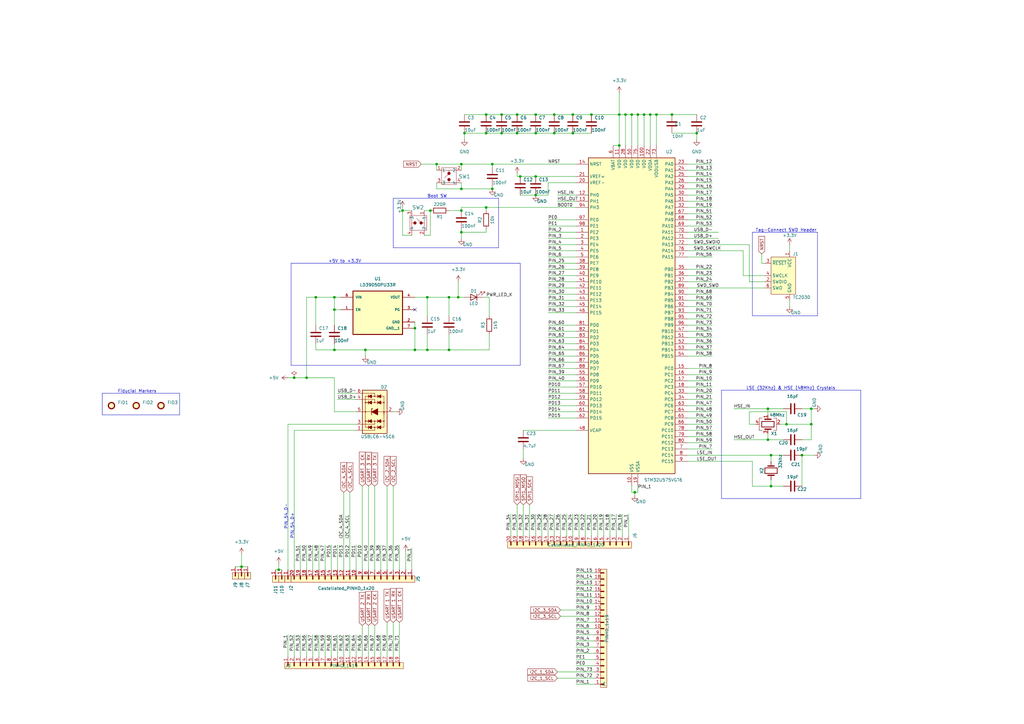
<source format=kicad_sch>
(kicad_sch (version 20231120) (generator "eeschema") (generator_version "8.0")
  (paper "A3")
  (title_block (date "2024-01-25") (rev "0.1"))
  (junction (at 213.36 72.39))
  (junction (at 219.71 72.39))
  (junction (at 261.62 46.99))
  (junction (at 227.33 54.61))
  (junction (at 254 46.99))
  (junction (at 285.75 54.61))
  (junction (at 266.7 46.99))
  (junction (at 199.39 54.61))
  (junction (at 99.06 232.41))
  (junction (at 314.96 180.34))
  (junction (at 275.59 46.99))
  (junction (at 219.71 54.61))
  (junction (at 199.39 85.09))
  (junction (at 332.74 167.64))
  (junction (at 189.23 95.25))
  (junction (at 125.73 154.94))
  (junction (at 170.18 134.62))
  (junction (at 189.23 77.47))
  (junction (at 189.23 86.36))
  (junction (at 316.23 186.69))
  (junction (at 114.3 233.68))
  (junction (at 328.93 186.69))
  (junction (at 137.16 143.51))
  (junction (at 189.23 67.31))
  (junction (at 201.93 67.31))
  (junction (at 219.71 46.99))
  (junction (at 212.09 54.61))
  (junction (at 205.74 46.99))
  (junction (at 170.18 143.51))
  (junction (at 264.16 46.99))
  (junction (at 332.74 173.99))
  (junction (at 227.33 46.99))
  (junction (at 184.15 121.92))
  (junction (at 175.26 143.51))
  (junction (at 260.35 201.93))
  (junction (at 120.65 154.94))
  (junction (at 242.57 46.99))
  (junction (at 149.86 143.51))
  (junction (at 212.09 46.99))
  (junction (at 184.15 143.51))
  (junction (at 314.96 167.64))
  (junction (at 256.54 46.99))
  (junction (at 129.54 121.92))
  (junction (at 201.93 77.47))
  (junction (at 176.53 86.36))
  (junction (at 322.58 173.99))
  (junction (at 269.24 46.99))
  (junction (at 165.1 86.36))
  (junction (at 137.16 121.92))
  (junction (at 259.08 46.99))
  (junction (at 219.71 80.01))
  (junction (at 187.96 121.92))
  (junction (at 175.26 121.92))
  (junction (at 234.95 54.61))
  (junction (at 254 59.69))
  (junction (at 199.39 46.99))
  (junction (at 205.74 54.61))
  (junction (at 190.5 54.61))
  (junction (at 137.16 127))
  (junction (at 234.95 46.99))
  (junction (at 179.07 67.31))
  (junction (at 316.23 199.39))
  (no_connect (at 170.18 127))
  (wire (pts (xy 189.23 67.31) (xy 201.93 67.31)))
  (wire (pts (xy 281.94 118.11) (xy 313.69 118.11)))
  (wire (pts (xy 224.79 118.11) (xy 236.22 118.11)))
  (wire (pts (xy 281.94 171.45) (xy 292.1 171.45)))
  (wire (pts (xy 281.94 115.57) (xy 292.1 115.57)))
  (wire (pts (xy 222.25 219.71) (xy 222.25 210.82)))
  (wire (pts (xy 269.24 46.99) (xy 275.59 46.99)))
  (polyline (pts (xy 161.29 81.28) (xy 204.47 81.28)))
  (wire (pts (xy 229.87 252.73) (xy 243.84 252.73)))
  (wire (pts (xy 308.61 189.23) (xy 308.61 199.39)))
  (wire (pts (xy 269.24 59.69) (xy 269.24 46.99)))
  (wire (pts (xy 281.94 133.35) (xy 292.1 133.35)))
  (wire (pts (xy 250.19 219.71) (xy 250.19 210.82)))
  (wire (pts (xy 199.39 85.09) (xy 236.22 85.09)))
  (wire (pts (xy 281.94 168.91) (xy 292.1 168.91)))
  (wire (pts (xy 213.36 80.01) (xy 219.71 80.01)))
  (wire (pts (xy 137.16 154.94) (xy 137.16 168.91)))
  (wire (pts (xy 281.94 105.41) (xy 292.1 105.41)))
  (wire (pts (xy 227.33 46.99) (xy 234.95 46.99)))
  (wire (pts (xy 275.59 46.99) (xy 285.75 46.99)))
  (wire (pts (xy 224.79 135.89) (xy 236.22 135.89)))
  (wire (pts (xy 281.94 102.87) (xy 304.8 102.87)))
  (wire (pts (xy 255.27 219.71) (xy 255.27 210.82)))
  (wire (pts (xy 316.23 199.39) (xy 321.31 199.39)))
  (wire (pts (xy 205.74 46.99) (xy 212.09 46.99)))
  (wire (pts (xy 224.79 120.65) (xy 236.22 120.65)))
  (polyline (pts (xy 308.61 129.54) (xy 308.61 95.25)))
  (wire (pts (xy 224.79 166.37) (xy 236.22 166.37)))
  (polyline (pts (xy 213.36 107.95) (xy 213.36 149.86)))
  (wire (pts (xy 153.67 199.39) (xy 153.67 233.68)))
  (wire (pts (xy 281.94 77.47) (xy 292.1 77.47)))
  (wire (pts (xy 243.84 257.81) (xy 236.22 257.81)))
  (wire (pts (xy 281.94 146.05) (xy 292.1 146.05)))
  (wire (pts (xy 228.6 82.55) (xy 236.22 82.55)))
  (wire (pts (xy 281.94 128.27) (xy 292.1 128.27)))
  (wire (pts (xy 332.74 167.64) (xy 328.93 167.64)))
  (wire (pts (xy 212.09 46.99) (xy 219.71 46.99)))
  (wire (pts (xy 209.55 219.71) (xy 209.55 210.82)))
  (wire (pts (xy 224.79 100.33) (xy 236.22 100.33)))
  (wire (pts (xy 224.79 153.67) (xy 236.22 153.67)))
  (polyline (pts (xy 295.91 160.02) (xy 353.06 160.02)))
  (wire (pts (xy 312.42 107.95) (xy 313.69 107.95)))
  (wire (pts (xy 184.15 137.16) (xy 184.15 143.51)))
  (wire (pts (xy 162.56 168.91) (xy 161.29 168.91)))
  (wire (pts (xy 224.79 115.57) (xy 236.22 115.57)))
  (wire (pts (xy 308.61 199.39) (xy 316.23 199.39)))
  (wire (pts (xy 166.37 226.06) (xy 166.37 233.68)))
  (wire (pts (xy 139.7 121.92) (xy 137.16 121.92)))
  (wire (pts (xy 163.83 255.27) (xy 163.83 269.24)))
  (wire (pts (xy 212.09 71.12) (xy 212.09 72.39)))
  (wire (pts (xy 281.94 87.63) (xy 292.1 87.63)))
  (wire (pts (xy 234.95 54.61) (xy 242.57 54.61)))
  (wire (pts (xy 243.84 265.43) (xy 236.22 265.43)))
  (wire (pts (xy 129.54 140.97) (xy 129.54 143.51)))
  (wire (pts (xy 228.6 275.59) (xy 243.84 275.59)))
  (wire (pts (xy 168.91 233.68) (xy 168.91 224.79)))
  (wire (pts (xy 138.43 161.29) (xy 146.05 161.29)))
  (wire (pts (xy 214.63 176.53) (xy 236.22 176.53)))
  (wire (pts (xy 304.8 113.03) (xy 313.69 113.03)))
  (wire (pts (xy 254 46.99) (xy 254 59.69)))
  (polyline (pts (xy 213.36 149.86) (xy 119.38 149.86)))
  (wire (pts (xy 243.84 260.35) (xy 236.22 260.35)))
  (wire (pts (xy 266.7 46.99) (xy 266.7 59.69)))
  (wire (pts (xy 259.08 46.99) (xy 256.54 46.99)))
  (wire (pts (xy 113.03 233.68) (xy 114.3 233.68)))
  (wire (pts (xy 275.59 54.61) (xy 285.75 54.61)))
  (wire (pts (xy 243.84 240.03) (xy 236.22 240.03)))
  (wire (pts (xy 243.84 234.95) (xy 236.22 234.95)))
  (wire (pts (xy 120.65 154.94) (xy 125.73 154.94)))
  (wire (pts (xy 281.94 125.73) (xy 292.1 125.73)))
  (wire (pts (xy 146.05 269.24) (xy 146.05 260.35)))
  (wire (pts (xy 189.23 85.09) (xy 199.39 85.09)))
  (wire (pts (xy 99.06 227.33) (xy 99.06 232.41)))
  (wire (pts (xy 259.08 46.99) (xy 259.08 59.69)))
  (wire (pts (xy 281.94 95.25) (xy 294.64 95.25)))
  (wire (pts (xy 227.33 219.71) (xy 227.33 210.82)))
  (wire (pts (xy 123.19 269.24) (xy 123.19 260.35)))
  (wire (pts (xy 158.75 199.39) (xy 158.75 233.68)))
  (wire (pts (xy 137.16 143.51) (xy 149.86 143.51)))
  (wire (pts (xy 256.54 46.99) (xy 256.54 59.69)))
  (wire (pts (xy 123.19 223.52) (xy 123.19 233.68)))
  (wire (pts (xy 224.79 161.29) (xy 236.22 161.29)))
  (wire (pts (xy 316.23 196.85) (xy 316.23 199.39)))
  (wire (pts (xy 243.84 237.49) (xy 236.22 237.49)))
  (wire (pts (xy 260.35 201.93) (xy 259.08 201.93)))
  (wire (pts (xy 281.94 173.99) (xy 292.1 173.99)))
  (wire (pts (xy 322.58 168.91) (xy 322.58 173.99)))
  (wire (pts (xy 170.18 134.62) (xy 170.18 143.51)))
  (polyline (pts (xy 295.91 204.47) (xy 353.06 204.47)))
  (wire (pts (xy 149.86 143.51) (xy 170.18 143.51)))
  (wire (pts (xy 243.84 262.89) (xy 236.22 262.89)))
  (wire (pts (xy 140.97 269.24) (xy 140.97 260.35)))
  (wire (pts (xy 281.94 161.29) (xy 292.1 161.29)))
  (wire (pts (xy 125.73 154.94) (xy 137.16 154.94)))
  (wire (pts (xy 281.94 156.21) (xy 292.1 156.21)))
  (wire (pts (xy 175.26 143.51) (xy 184.15 143.51)))
  (wire (pts (xy 224.79 146.05) (xy 236.22 146.05)))
  (wire (pts (xy 189.23 95.25) (xy 189.23 93.98)))
  (wire (pts (xy 328.93 199.39) (xy 328.93 186.69)))
  (wire (pts (xy 118.11 173.99) (xy 118.11 233.68)))
  (wire (pts (xy 156.21 269.24) (xy 156.21 260.35)))
  (wire (pts (xy 224.79 102.87) (xy 236.22 102.87)))
  (wire (pts (xy 189.23 77.47) (xy 201.93 77.47)))
  (wire (pts (xy 224.79 148.59) (xy 236.22 148.59)))
  (wire (pts (xy 281.94 140.97) (xy 292.1 140.97)))
  (wire (pts (xy 161.29 199.39) (xy 161.29 233.68)))
  (wire (pts (xy 281.94 123.19) (xy 292.1 123.19)))
  (wire (pts (xy 234.95 219.71) (xy 234.95 210.82)))
  (wire (pts (xy 243.84 245.11) (xy 236.22 245.11)))
  (wire (pts (xy 281.94 166.37) (xy 292.1 166.37)))
  (wire (pts (xy 184.15 121.92) (xy 184.15 129.54)))
  (wire (pts (xy 219.71 72.39) (xy 236.22 72.39)))
  (wire (pts (xy 285.75 54.61) (xy 285.75 57.15)))
  (wire (pts (xy 224.79 125.73) (xy 236.22 125.73)))
  (wire (pts (xy 128.27 223.52) (xy 128.27 233.68)))
  (polyline (pts (xy 308.61 95.25) (xy 335.28 95.25)))
  (wire (pts (xy 261.62 46.99) (xy 261.62 59.69)))
  (wire (pts (xy 170.18 132.08) (xy 170.18 134.62)))
  (wire (pts (xy 224.79 140.97) (xy 236.22 140.97)))
  (wire (pts (xy 125.73 121.92) (xy 129.54 121.92)))
  (wire (pts (xy 281.94 163.83) (xy 292.1 163.83)))
  (wire (pts (xy 316.23 186.69) (xy 321.31 186.69)))
  (wire (pts (xy 243.84 255.27) (xy 236.22 255.27)))
  (wire (pts (xy 190.5 54.61) (xy 190.5 57.15)))
  (wire (pts (xy 189.23 67.31) (xy 189.23 69.85)))
  (wire (pts (xy 281.94 90.17) (xy 292.1 90.17)))
  (wire (pts (xy 151.13 199.39) (xy 151.13 233.68)))
  (wire (pts (xy 224.79 80.01) (xy 224.79 74.93)))
  (wire (pts (xy 125.73 223.52) (xy 125.73 233.68)))
  (wire (pts (xy 173.99 96.52) (xy 176.53 96.52)))
  (wire (pts (xy 264.16 46.99) (xy 261.62 46.99)))
  (wire (pts (xy 224.79 123.19) (xy 236.22 123.19)))
  (wire (pts (xy 175.26 121.92) (xy 184.15 121.92)))
  (wire (pts (xy 199.39 46.99) (xy 205.74 46.99)))
  (wire (pts (xy 227.33 54.61) (xy 234.95 54.61)))
  (wire (pts (xy 224.79 80.01) (xy 219.71 80.01)))
  (wire (pts (xy 224.79 158.75) (xy 236.22 158.75)))
  (wire (pts (xy 281.94 138.43) (xy 292.1 138.43)))
  (wire (pts (xy 201.93 67.31) (xy 236.22 67.31)))
  (wire (pts (xy 307.34 115.57) (xy 313.69 115.57)))
  (wire (pts (xy 129.54 143.51) (xy 137.16 143.51)))
  (wire (pts (xy 224.79 163.83) (xy 236.22 163.83)))
  (wire (pts (xy 332.74 167.64) (xy 334.01 167.64)))
  (wire (pts (xy 165.1 85.09) (xy 165.1 86.36)))
  (wire (pts (xy 240.03 219.71) (xy 240.03 210.82)))
  (wire (pts (xy 170.18 143.51) (xy 175.26 143.51)))
  (wire (pts (xy 184.15 121.92) (xy 187.96 121.92)))
  (polyline (pts (xy 119.38 107.95) (xy 213.36 107.95)))
  (wire (pts (xy 304.8 102.87) (xy 304.8 113.03)))
  (polyline (pts (xy 335.28 129.54) (xy 308.61 129.54)))
  (wire (pts (xy 281.94 110.49) (xy 292.1 110.49)))
  (wire (pts (xy 137.16 127) (xy 137.16 121.92)))
  (wire (pts (xy 323.85 123.19) (xy 323.85 125.73)))
  (wire (pts (xy 125.73 121.92) (xy 125.73 154.94)))
  (wire (pts (xy 120.65 269.24) (xy 120.65 260.35)))
  (wire (pts (xy 314.96 167.64) (xy 314.96 170.18)))
  (wire (pts (xy 175.26 137.16) (xy 175.26 143.51)))
  (wire (pts (xy 190.5 46.99) (xy 199.39 46.99)))
  (wire (pts (xy 120.65 176.53) (xy 146.05 176.53)))
  (polyline (pts (xy 119.38 149.86) (xy 119.38 107.95)))
  (wire (pts (xy 229.87 250.19) (xy 243.84 250.19)))
  (wire (pts (xy 224.79 74.93) (xy 236.22 74.93)))
  (polyline (pts (xy 335.28 95.25) (xy 335.28 129.54)))
  (wire (pts (xy 281.94 72.39) (xy 292.1 72.39)))
  (wire (pts (xy 300.99 167.64) (xy 314.96 167.64)))
  (wire (pts (xy 224.79 110.49) (xy 236.22 110.49)))
  (wire (pts (xy 224.79 97.79) (xy 236.22 97.79)))
  (wire (pts (xy 217.17 219.71) (xy 217.17 207.01)))
  (wire (pts (xy 257.81 219.71) (xy 257.81 210.82)))
  (wire (pts (xy 281.94 189.23) (xy 308.61 189.23)))
  (wire (pts (xy 269.24 46.99) (xy 266.7 46.99)))
  (wire (pts (xy 254 38.1) (xy 254 46.99)))
  (wire (pts (xy 129.54 121.92) (xy 129.54 133.35)))
  (wire (pts (xy 281.94 135.89) (xy 292.1 135.89)))
  (wire (pts (xy 146.05 223.52) (xy 146.05 233.68)))
  (wire (pts (xy 224.79 168.91) (xy 236.22 168.91)))
  (wire (pts (xy 138.43 163.83) (xy 146.05 163.83)))
  (wire (pts (xy 133.35 269.24) (xy 133.35 260.35)))
  (wire (pts (xy 190.5 54.61) (xy 199.39 54.61)))
  (wire (pts (xy 281.94 181.61) (xy 292.1 181.61)))
  (wire (pts (xy 243.84 280.67) (xy 236.22 280.67)))
  (wire (pts (xy 143.51 201.93) (xy 143.51 233.68)))
  (wire (pts (xy 118.11 269.24) (xy 118.11 260.35)))
  (wire (pts (xy 251.46 59.69) (xy 254 59.69)))
  (wire (pts (xy 125.73 269.24) (xy 125.73 260.35)))
  (wire (pts (xy 247.65 219.71) (xy 247.65 210.82)))
  (wire (pts (xy 148.59 256.54) (xy 148.59 269.24)))
  (wire (pts (xy 243.84 247.65) (xy 236.22 247.65)))
  (wire (pts (xy 264.16 46.99) (xy 264.16 59.69)))
  (wire (pts (xy 114.3 231.14) (xy 114.3 233.68)))
  (wire (pts (xy 237.49 219.71) (xy 237.49 210.82)))
  (wire (pts (xy 128.27 269.24) (xy 128.27 260.35)))
  (wire (pts (xy 184.15 143.51) (xy 200.66 143.51)))
  (wire (pts (xy 201.93 68.58) (xy 201.93 67.31)))
  (wire (pts (xy 281.94 74.93) (xy 292.1 74.93)))
  (wire (pts (xy 224.79 95.25) (xy 236.22 95.25)))
  (wire (pts (xy 261.62 201.93) (xy 260.35 201.93)))
  (wire (pts (xy 165.1 96.52) (xy 165.1 86.36)))
  (wire (pts (xy 214.63 184.15) (xy 214.63 187.96)))
  (wire (pts (xy 281.94 80.01) (xy 292.1 80.01)))
  (wire (pts (xy 168.91 96.52) (xy 165.1 96.52)))
  (wire (pts (xy 213.36 72.39) (xy 212.09 72.39)))
  (wire (pts (xy 139.7 127) (xy 137.16 127)))
  (wire (pts (xy 156.21 223.52) (xy 156.21 233.68)))
  (wire (pts (xy 224.79 143.51) (xy 236.22 143.51)))
  (wire (pts (xy 281.94 176.53) (xy 292.1 176.53)))
  (wire (pts (xy 137.16 140.97) (xy 137.16 143.51)))
  (wire (pts (xy 135.89 269.24) (xy 135.89 260.35)))
  (wire (pts (xy 261.62 46.99) (xy 259.08 46.99)))
  (wire (pts (xy 281.94 85.09) (xy 292.1 85.09)))
  (wire (pts (xy 259.08 199.39) (xy 259.08 201.93)))
  (polyline (pts (xy 295.91 160.02) (xy 295.91 204.47)))
  (wire (pts (xy 151.13 269.24) (xy 151.13 256.54)))
  (wire (pts (xy 224.79 113.03) (xy 236.22 113.03)))
  (wire (pts (xy 130.81 223.52) (xy 130.81 233.68)))
  (wire (pts (xy 189.23 95.25) (xy 189.23 97.79)))
  (wire (pts (xy 232.41 219.71) (xy 232.41 210.82)))
  (polyline (pts (xy 204.47 81.28) (xy 204.47 101.6)))
  (wire (pts (xy 307.34 168.91) (xy 322.58 168.91)))
  (wire (pts (xy 148.59 199.39) (xy 148.59 233.68)))
  (wire (pts (xy 219.71 219.71) (xy 219.71 210.82)))
  (wire (pts (xy 332.74 180.34) (xy 332.74 173.99)))
  (wire (pts (xy 328.93 186.69) (xy 334.01 186.69)))
  (wire (pts (xy 219.71 46.99) (xy 227.33 46.99)))
  (wire (pts (xy 314.96 180.34) (xy 321.31 180.34)))
  (wire (pts (xy 229.87 219.71) (xy 229.87 210.82)))
  (wire (pts (xy 120.65 176.53) (xy 120.65 233.68)))
  (wire (pts (xy 179.07 67.31) (xy 179.07 69.85)))
  (wire (pts (xy 234.95 46.99) (xy 242.57 46.99)))
  (polyline (pts (xy 353.06 204.47) (xy 353.06 160.02)))
  (wire (pts (xy 322.58 173.99) (xy 332.74 173.99)))
  (wire (pts (xy 281.94 100.33) (xy 307.34 100.33)))
  (wire (pts (xy 228.6 278.13) (xy 243.84 278.13)))
  (wire (pts (xy 281.94 92.71) (xy 292.1 92.71)))
  (wire (pts (xy 281.94 67.31) (xy 292.1 67.31)))
  (wire (pts (xy 224.79 138.43) (xy 236.22 138.43)))
  (wire (pts (xy 307.34 173.99) (xy 307.34 168.91)))
  (wire (pts (xy 281.94 179.07) (xy 292.1 179.07)))
  (wire (pts (xy 245.11 219.71) (xy 245.11 210.82)))
  (wire (pts (xy 224.79 171.45) (xy 236.22 171.45)))
  (wire (pts (xy 224.79 133.35) (xy 236.22 133.35)))
  (wire (pts (xy 328.93 180.34) (xy 332.74 180.34)))
  (wire (pts (xy 161.29 255.27) (xy 161.29 269.24)))
  (wire (pts (xy 170.18 121.92) (xy 175.26 121.92)))
  (wire (pts (xy 309.88 173.99) (xy 307.34 173.99)))
  (wire (pts (xy 281.94 153.67) (xy 292.1 153.67)))
  (wire (pts (xy 224.79 151.13) (xy 236.22 151.13)))
  (wire (pts (xy 153.67 269.24) (xy 153.67 256.54)))
  (wire (pts (xy 242.57 46.99) (xy 254 46.99)))
  (wire (pts (xy 260.35 203.2) (xy 260.35 201.93)))
  (wire (pts (xy 224.79 105.41) (xy 236.22 105.41)))
  (wire (pts (xy 130.81 269.24) (xy 130.81 260.35)))
  (wire (pts (xy 312.42 104.14) (xy 312.42 107.95)))
  (wire (pts (xy 172.72 67.31) (xy 179.07 67.31)))
  (polyline (pts (xy 204.47 101.6) (xy 161.29 101.6)))
  (polyline (pts (xy 161.29 81.28) (xy 161.29 101.6)))
  (wire (pts (xy 224.79 156.21) (xy 236.22 156.21)))
  (wire (pts (xy 179.07 67.31) (xy 189.23 67.31)))
  (wire (pts (xy 173.99 86.36) (xy 176.53 86.36)))
  (wire (pts (xy 214.63 219.71) (xy 214.63 207.01)))
  (wire (pts (xy 224.79 107.95) (xy 236.22 107.95)))
  (wire (pts (xy 133.35 223.52) (xy 133.35 233.68)))
  (wire (pts (xy 199.39 93.98) (xy 199.39 95.25)))
  (wire (pts (xy 219.71 72.39) (xy 213.36 72.39)))
  (wire (pts (xy 135.89 223.52) (xy 135.89 233.68)))
  (wire (pts (xy 281.94 158.75) (xy 292.1 158.75)))
  (wire (pts (xy 212.09 54.61) (xy 219.71 54.61)))
  (wire (pts (xy 179.07 77.47) (xy 189.23 77.47)))
  (wire (pts (xy 138.43 223.52) (xy 138.43 233.68)))
  (wire (pts (xy 281.94 130.81) (xy 292.1 130.81)))
  (wire (pts (xy 118.11 154.94) (xy 120.65 154.94)))
  (wire (pts (xy 189.23 86.36) (xy 189.23 85.09)))
  (wire (pts (xy 187.96 115.57) (xy 187.96 121.92)))
  (wire (pts (xy 281.94 143.51) (xy 292.1 143.51)))
  (wire (pts (xy 281.94 113.03) (xy 292.1 113.03)))
  (wire (pts (xy 281.94 82.55) (xy 292.1 82.55)))
  (wire (pts (xy 300.99 180.34) (xy 314.96 180.34)))
  (wire (pts (xy 187.96 121.92) (xy 190.5 121.92)))
  (wire (pts (xy 243.84 270.51) (xy 236.22 270.51)))
  (wire (pts (xy 323.85 100.33) (xy 323.85 102.87)))
  (wire (pts (xy 224.79 219.71) (xy 224.79 210.82)))
  (wire (pts (xy 143.51 269.24) (xy 143.51 260.35)))
  (wire (pts (xy 165.1 86.36) (xy 168.91 86.36)))
  (wire (pts (xy 242.57 219.71) (xy 242.57 210.82)))
  (wire (pts (xy 252.73 219.71) (xy 252.73 210.82)))
  (wire (pts (xy 281.94 151.13) (xy 292.1 151.13)))
  (wire (pts (xy 179.07 74.93) (xy 179.07 77.47)))
  (wire (pts (xy 129.54 121.92) (xy 137.16 121.92)))
  (wire (pts (xy 149.86 143.51) (xy 149.86 146.05)))
  (wire (pts (xy 281.94 97.79) (xy 294.64 97.79)))
  (wire (pts (xy 281.94 120.65) (xy 292.1 120.65)))
  (wire (pts (xy 205.74 54.61) (xy 212.09 54.61)))
  (wire (pts (xy 314.96 177.8) (xy 314.96 180.34)))
  (wire (pts (xy 261.62 199.39) (xy 261.62 201.93)))
  (wire (pts (xy 281.94 186.69) (xy 316.23 186.69)))
  (wire (pts (xy 212.09 219.71) (xy 212.09 207.01)))
  (wire (pts (xy 114.3 233.68) (xy 115.57 233.68)))
  (wire (pts (xy 163.83 223.52) (xy 163.83 233.68)))
  (wire (pts (xy 138.43 269.24) (xy 138.43 260.35)))
  (wire (pts (xy 199.39 54.61) (xy 205.74 54.61)))
  (wire (pts (xy 224.79 90.17) (xy 236.22 90.17)))
  (wire (pts (xy 137.16 127) (xy 137.16 133.35)))
  (wire (pts (xy 243.84 267.97) (xy 236.22 267.97)))
  (wire (pts (xy 228.6 80.01) (xy 236.22 80.01)))
  (wire (pts (xy 201.93 76.2) (xy 201.93 77.47)))
  (wire (pts (xy 176.53 96.52) (xy 176.53 86.36)))
  (wire (pts (xy 189.23 74.93) (xy 189.23 77.47)))
  (wire (pts (xy 316.23 186.69) (xy 316.23 189.23)))
  (wire (pts (xy 158.75 255.27) (xy 158.75 269.24)))
  (wire (pts (xy 99.06 232.41) (xy 101.6 232.41)))
  (wire (pts (xy 314.96 167.64) (xy 321.31 167.64)))
  (wire (pts (xy 224.79 128.27) (xy 236.22 128.27)))
  (wire (pts (xy 281.94 184.15) (xy 292.1 184.15)))
  (wire (pts (xy 96.52 232.41) (xy 99.06 232.41)))
  (wire (pts (xy 200.66 137.16) (xy 200.66 143.51)))
  (wire (pts (xy 266.7 46.99) (xy 264.16 46.99)))
  (wire (pts (xy 140.97 201.93) (xy 140.97 233.68)))
  (wire (pts (xy 281.94 69.85) (xy 292.1 69.85)))
  (wire (pts (xy 175.26 121.92) (xy 175.26 129.54)))
  (wire (pts (xy 243.84 273.05) (xy 236.22 273.05)))
  (wire (pts (xy 199.39 86.36) (xy 199.39 85.09)))
  (wire (pts (xy 307.34 100.33) (xy 307.34 115.57)))
  (wire (pts (xy 200.66 121.92) (xy 200.66 129.54)))
  (wire (pts (xy 224.79 92.71) (xy 236.22 92.71)))
  (wire (pts (xy 199.39 95.25) (xy 189.23 95.25)))
  (wire (pts (xy 137.16 168.91) (xy 146.05 168.91)))
  (wire (pts (xy 322.58 173.99) (xy 320.04 173.99)))
  (wire (pts (xy 118.11 173.99) (xy 146.05 173.99)))
  (wire (pts (xy 184.15 86.36) (xy 189.23 86.36)))
  (wire (pts (xy 219.71 54.61) (xy 227.33 54.61)))
  (wire (pts (xy 198.12 121.92) (xy 200.66 121.92)))
  (wire (pts (xy 256.54 46.99) (xy 254 46.99)))
  (wire (pts (xy 332.74 173.99) (xy 332.74 167.64)))
  (wire (pts (xy 243.84 242.57) (xy 236.22 242.57)))
  (rectangle (start 41.91 161.29) (end 73.66 170.18))
  (text "Boot SW\n" (at 175.26 81.28 0) (effects (font (size 1.27 1.27)) (justify left bottom)))
  (text "LSE (32Khz) & HSE (48Mhz) Crystals" (at 306.07 160.02 0) (effects (font (size 1.27 1.27)) (justify left bottom)))
  (text "+5V to +3.3V" (at 134.62 107.95 0) (effects (font (size 1.27 1.27)) (justify left bottom)))
  (text "Fiducial Markers\n" (at 48.26 161.29 0) (effects (font (size 1.27 1.27)) (justify left bottom)))
  (text "Tag-Connect SWD Header" (at 309.88 95.25 0) (effects (font (size 1.27 1.27)) (justify left bottom)))
  (text "PIN_54_D+" (at 120.65 220.98 90) (effects (font (size 1.27 1.27)) (justify left bottom)))
  (text "PIN_54_D-" (at 118.11 217.17 90) (effects (font (size 1.27 1.27)) (justify left bottom)))
  (label "PIN_60" (at 135.89 260.35 270))
  (label "PIN_27" (at 224.79 113.03 0))
  (label "PIN_38" (at 156.21 223.52 270))
  (label "PIN_32" (at 214.63 210.82 270))
  (label "PIN_39" (at 153.67 223.52 270))
  (label "PIN_47" (at 133.35 223.52 270))
  (label "PIN_66" (at 224.79 148.59 0))
  (label "PIN_7" (at 236.22 255.27 0))
  (label "PIN_50" (at 292.1 173.99 180))
  (label "PIN_22" (at 240.03 210.82 270))
  (label "PIN_30" (at 224.79 120.65 0))
  (label "PIN_28" (at 224.79 210.82 270))
  (label "PIN_62" (at 224.79 138.43 0))
  (label "PIN_26" (at 229.87 210.82 270))
  (label "PIN_23" (at 237.49 210.82 270))
  (label "PIN_33" (at 212.09 210.82 270))
  (label "PIN_4" (at 236.22 262.89 0))
  (label "PIN_2" (at 224.79 95.25 0))
  (label "PIN_19" (at 292.1 85.09 180))
  (label "PIN_12" (at 292.1 67.31 180))
  (label "PIN_16" (at 292.1 77.47 180))
  (label "PIN_10" (at 236.22 247.65 0))
  (label "PIN_71" (at 163.83 260.35 270))
  (label "PIN_58" (at 292.1 179.07 180))
  (label "PIN_69" (at 158.75 260.35 270))
  (label "PIN_9" (at 292.1 153.67 180))
  (label "PIN_13" (at 292.1 69.85 180))
  (label "PIN_1" (at 261.62 200.66 0))
  (label "PIN_56" (at 292.1 105.41 180))
  (label "PD10" (at 224.79 158.75 0))
  (label "PIN_23" (at 292.1 113.03 180))
  (label "PIN_6" (at 224.79 105.41 0))
  (label "PIN_20" (at 245.11 210.82 270))
  (label "PIN_59" (at 133.35 260.35 270))
  (label "PD14" (at 224.79 168.91 0))
  (label "PIN_24" (at 292.1 115.57 180))
  (label "PIN_3" (at 236.22 265.43 0))
  (label "PD12" (at 224.79 163.83 0))
  (label "PIN_51" (at 292.1 87.63 180))
  (label "PIN_1" (at 168.91 224.79 270))
  (label "PIN_7" (at 292.1 184.15 180))
  (label "PIN_8" (at 236.22 252.73 0))
  (label "PIN_71" (at 292.1 128.27 180))
  (label "PIN_57" (at 128.27 260.35 270))
  (label "PIN_57" (at 292.1 176.53 180))
  (label "PIN_21" (at 242.57 210.82 270))
  (label "PIN_6" (at 236.22 257.81 0))
  (label "PIN_35" (at 292.1 138.43 180))
  (label "PIN_24" (at 234.95 210.82 270))
  (label "PIN_17" (at 292.1 80.01 180))
  (label "PD12" (at 143.51 223.52 270))
  (label "PD13" (at 224.79 166.37 0))
  (label "PD15" (at 135.89 223.52 270))
  (label "PIN_38" (at 292.1 146.05 180))
  (label "PIN_9" (at 236.22 250.19 0))
  (label "PIN_40" (at 151.13 223.52 270))
  (label "PIN_69" (at 292.1 123.19 180))
  (label "PIN_70" (at 292.1 125.73 180))
  (label "PD11" (at 224.79 161.29 0))
  (label "PIN_62" (at 140.97 260.35 270))
  (label "PD11" (at 146.05 223.52 270))
  (label "PIN_19" (at 247.65 210.82 270))
  (label "PIN_28" (at 224.79 115.57 0))
  (label "PIN_63" (at 224.79 140.97 0))
  (label "PIN_5" (at 224.79 102.87 0))
  (label "PIN_58" (at 130.81 260.35 270))
  (label "PIN_20" (at 292.1 161.29 180))
  (label "PD14" (at 138.43 223.52 270))
  (label "PIN_25" (at 224.79 107.95 0))
  (label "PIN_36" (at 161.29 223.52 270))
  (label "PIN_65" (at 224.79 146.05 0))
  (label "PIN_72" (at 236.22 278.13 0))
  (label "PIN_18" (at 250.19 210.82 270))
  (label "PIN_34" (at 292.1 135.89 180))
  (label "USB_D-" (at 284.48 95.25 0))
  (label "PIN_70" (at 161.29 260.35 270))
  (label "PIN_22" (at 292.1 110.49 180))
  (label "PIN_60" (at 224.79 133.35 0))
  (label "I2C_4_SCL" (at 143.51 220.98 90))
  (label "PIN_48" (at 292.1 168.91 180))
  (label "PIN_11" (at 236.22 245.11 0))
  (label "PIN_15" (at 292.1 74.93 180))
  (label "PIN_68" (at 292.1 120.65 180))
  (label "PIN_14" (at 292.1 72.39 180))
  (label "PIN_31" (at 217.17 210.82 270))
  (label "SWD_SWCLK" (at 284.48 102.87 0))
  (label "PIN_73" (at 236.22 275.59 0))
  (label "USB_D-" (at 138.43 161.29 0))
  (label "PIN_17" (at 252.73 210.82 270))
  (label "PE1" (at 236.22 270.51 0))
  (label "PIN_8" (at 292.1 151.13 180))
  (label "PIN_27" (at 227.33 210.82 270))
  (label "PIN_30" (at 219.71 210.82 270))
  (label "PIN_39" (at 224.79 153.67 0))
  (label "HSE_IN" (at 228.6 80.01 0))
  (label "PIN_66" (at 151.13 260.35 270))
  (label "PIN_21" (at 292.1 163.83 180))
  (label "PIN_40" (at 224.79 156.21 0))
  (label "PIN_51" (at 123.19 223.52 270))
  (label "PIN_67" (at 153.67 260.35 270))
  (label "PWR_LED_K" (at 199.39 121.92 0))
  (label "PIN_49" (at 128.27 223.52 270))
  (label "PIN_12" (at 236.22 242.57 0))
  (label "PIN_48" (at 130.81 223.52 270))
  (label "PIN_61" (at 224.79 135.89 0))
  (label "LSE_OUT" (at 285.75 189.23 0))
  (label "PIN_29" (at 222.25 210.82 270))
  (label "PIN_5" (at 236.22 260.35 0))
  (label "HSE_OUT" (at 300.99 180.34 0))
  (label "PE0" (at 224.79 90.17 0))
  (label "PIN_15" (at 236.22 234.95 0))
  (label "PIN_31" (at 224.79 123.19 0))
  (label "PIN_29" (at 224.79 118.11 0))
  (label "LSE_IN" (at 285.75 186.69 0))
  (label "PIN_56" (at 125.73 260.35 270))
  (label "PIN_4" (at 224.79 100.33 0))
  (label "BOOT0" (at 228.6 85.09 0))
  (label "PIN_16" (at 255.27 210.82 270))
  (label "PIN_67" (at 224.79 151.13 0))
  (label "PIN_3" (at 224.79 97.79 0))
  (label "PIN_2" (at 236.22 267.97 0))
  (label "PIN_52" (at 120.65 260.35 270))
  (label "I2C_4_SDA" (at 140.97 220.98 90))
  (label "PIN_65" (at 148.59 260.35 270))
  (label "HSE_IN" (at 300.99 167.64 0))
  (label "PIN_33" (at 224.79 128.27 0))
  (label "PIN_53" (at 292.1 92.71 180))
  (label "PE0" (at 236.22 273.05 0))
  (label "PD15" (at 224.79 171.45 0))
  (label "PIN_50" (at 125.73 223.52 270))
  (label "PIN_49" (at 292.1 171.45 180))
  (label "PIN_1" (at 257.81 210.82 270))
  (label "SWD_SWDIO" (at 284.48 100.33 0))
  (label "PIN_13" (at 236.22 240.03 0))
  (label "PIN_32" (at 224.79 125.73 0))
  (label "PIN_61" (at 138.43 260.35 270))
  (label "PIN_47" (at 292.1 166.37 180))
  (label "PIN_59" (at 292.1 181.61 180))
  (label "PIN_1" (at 118.11 260.35 270))
  (label "PIN_68" (at 156.21 260.35 270))
  (label "PIN_36" (at 292.1 140.97 180))
  (label "PIN_64" (at 224.79 143.51 0))
  (label "PIN_72" (at 292.1 130.81 180))
  (label "USB_D+" (at 138.43 163.83 0))
  (label "PIN_37" (at 158.75 223.52 270))
  (label "PIN_14" (at 236.22 237.49 0))
  (label "PD10" (at 148.59 223.52 270))
  (label "PIN_26" (at 224.79 110.49 0))
  (label "PIN_10" (at 292.1 156.21 180))
  (label "PIN_34" (at 209.55 210.82 270))
  (label "PIN_11" (at 292.1 158.75 180))
  (label "PIN_25" (at 232.41 210.82 270))
  (label "PIN_1" (at 236.22 280.67 0))
  (label "PIN_53" (at 123.19 260.35 270))
  (label "PD13" (at 140.97 223.52 270))
  (label "PIN_37" (at 292.1 143.51 180))
  (label "PIN_73" (at 292.1 133.35 180))
  (label "NRST" (at 224.79 67.31 0))
  (label "SWD_SWO" (at 285.75 118.11 0))
  (label "PIN_35" (at 163.83 223.52 270))
  (label "PIN_52" (at 292.1 90.17 180))
  (label "HSE_OUT" (at 228.6 82.55 0))
  (label "PIN_64" (at 146.05 260.35 270))
  (label "PE1" (at 224.79 92.71 0))
  (label "PIN_63" (at 143.51 260.35 270))
  (label "PIN_18" (at 292.1 82.55 180))
  (label "USB_D+" (at 284.48 97.79 0))
  (global_label "I2C_4_SCL" (shape input) (at 143.51 201.93 90) (property "Intersheetrefs" "${INTERSHEET_REFS}" (effects (hide yes))))
  (global_label "I2C_3_SCL" (shape input) (at 229.87 252.73 180) (property "Intersheetrefs" "${INTERSHEET_REFS}" (effects (hide yes))))
  (global_label "USART 2 CK" (shape input) (at 153.67 256.54 90) (property "Intersheetrefs" "${INTERSHEET_REFS}" (effects (hide yes))))
  (global_label "I2C_1_SDA" (shape input) (at 228.6 275.59 180) (property "Intersheetrefs" "${INTERSHEET_REFS}" (effects (hide yes))))
  (global_label "SPI1_SCK" (shape input) (at 217.17 207.01 90) (property "Intersheetrefs" "${INTERSHEET_REFS}" (effects (hide yes))))
  (global_label "USART 3 RX" (shape input) (at 151.13 199.39 90) (property "Intersheetrefs" "${INTERSHEET_REFS}" (effects (hide yes))))
  (global_label "I2C_1_SCL" (shape input) (at 228.6 278.13 180) (property "Intersheetrefs" "${INTERSHEET_REFS}" (effects (hide yes))))
  (global_label "SPI1_MISO" (shape input) (at 214.63 207.01 90) (property "Intersheetrefs" "${INTERSHEET_REFS}" (effects (hide yes))))
  (global_label "SPI1_MOSI" (shape input) (at 212.09 207.01 90) (property "Intersheetrefs" "${INTERSHEET_REFS}" (effects (hide yes))))
  (global_label "I2C_4_SDA" (shape input) (at 140.97 201.93 90) (property "Intersheetrefs" "${INTERSHEET_REFS}" (effects (hide yes))))
  (global_label "USART 1 TX" (shape input) (at 158.75 255.27 90) (property "Intersheetrefs" "${INTERSHEET_REFS}" (effects (hide yes))))
  (global_label "I2C_3_SDA" (shape input) (at 229.87 250.19 180) (property "Intersheetrefs" "${INTERSHEET_REFS}" (effects (hide yes))))
  (global_label "USART 3 TX" (shape input) (at 153.67 199.39 90) (property "Intersheetrefs" "${INTERSHEET_REFS}" (effects (hide yes))))
  (global_label "I2C_2_SCL" (shape input) (at 161.29 199.39 90) (property "Intersheetrefs" "${INTERSHEET_REFS}" (effects (hide yes))))
  (global_label "I2C_2_SDA" (shape input) (at 158.75 199.39 90) (property "Intersheetrefs" "${INTERSHEET_REFS}" (effects (hide yes))))
  (global_label "USART 1 RX" (shape input) (at 161.29 255.27 90) (property "Intersheetrefs" "${INTERSHEET_REFS}" (effects (hide yes))))
  (global_label "NRST" (shape input) (at 312.42 104.14 90) (property "Intersheetrefs" "${INTERSHEET_REFS}" (effects (hide yes))))
  (global_label "USART 1 CK" (shape input) (at 163.83 255.27 90) (property "Intersheetrefs" "${INTERSHEET_REFS}" (effects (hide yes))))
  (global_label "USART 2 TX" (shape input) (at 148.59 256.54 90) (property "Intersheetrefs" "${INTERSHEET_REFS}" (effects (hide yes))))
  (global_label "USART 2 RX" (shape input) (at 151.13 256.54 90) (property "Intersheetrefs" "${INTERSHEET_REFS}" (effects (hide yes))))
  (global_label "USART 3 CK" (shape input) (at 148.59 199.39 90) (property "Intersheetrefs" "${INTERSHEET_REFS}" (effects (hide yes))))
  (global_label "NRST" (shape input) (at 172.72 67.31 180) (property "Intersheetrefs" "${INTERSHEET_REFS}" (effects (hide yes))))
  (symbol (lib_id "PCM_Diode_TVS_AKL:USBLC6-4SC6") (at 153.67 168.91 90) (unit 1)
    (property "Reference" "D2" (at 157.48 158.75 90))
    (property "Value" "USBLC6-4SC6" (at 154.94 179.07 90))
    (property "Footprint" "WolffyxLibrary:SOT23-6L_STM" (effects (hide yes)))
    (property "Datasheet" "https://ro.mouser.com/datasheet/2/389/usblc6_4-1852747.pdf" (effects (hide yes)))
    (property "Distribuitor Link" "https://ro.mouser.com/ProductDetail/STMicroelectronics/USBLC6-4SC6?qs=k9dH%2Fx4GHJCNdehb8zInZg%3D%3D" (effects (hide yes)))
    (property "Manufacturer" "STMicroelectronics" (effects (hide yes)))
    (property "Manufacturer Part No" "USBLC6-4SC6" (effects (hide yes)))
  )
  (symbol (lib_id "Device:R") (at 199.39 90.17 180) (unit 1)
    (property "Reference" "R2" (at 196.85 90.17 90))
    (property "Value" "10k" (at 201.93 90.17 90))
    (property "Footprint" "Resistor_SMD:R_0402_1005Metric" (effects (hide yes)))
    (property "Datasheet" "https://www.koaspeer.com/pdfs/RK73B.pdf" (effects (hide yes)))
    (property "Distribuitor Link" "https://ro.mouser.com/ProductDetail/KOA-Speer/RK73B1ETTP103J?qs=sGAEpiMZZMvdGkrng054t5lOknjIQAOX0mR%252BLM%2Fjrdo%3D" (effects (hide yes)))
    (property "Manufacturer" "KOA Speer" (effects (hide yes)))
    (property "Manufacturer Part No" "RK73B1ETTP103J" (effects (hide yes)))
  )
  (symbol (lib_id "Wolffyx_symbols:Castellated_PinHeader_1x1") (at 96.52 232.41 0) (unit 1)
    (property "Reference" "J9" (at 96.52 238.76 90) (effects (justify right)))
    (property "Value" "PINHD_1x1" (effects (hide yes)))
    (property "Footprint" "WolffyxLibrary:Castellated_PinHeader_1x1_P1.27mm" (effects (hide yes)))
  )
  (symbol (lib_id "power:GND") (at 149.86 146.05 0) (unit 1)
    (property "Reference" "#PWR013" (effects (hide yes)))
    (property "Value" "GND" (at 152.4 148.59 0))
  )
  (symbol (lib_id "Device:C") (at 214.63 180.34 0) (unit 1)
    (property "Reference" "C23" (at 215.9 177.8 0) (effects (justify left)))
    (property "Value" "4.7uF" (at 214.63 182.88 0) (effects (justify left)))
    (property "Footprint" "Capacitor_SMD:C_0603_1608Metric" (effects (hide yes)))
    (property "Datasheet" "https://ro.mouser.com/datasheet/2/585/MLCC-1837944.pdf" (effects (hide yes)))
    (property "Distribuitor Link" "https://ro.mouser.com/ProductDetail/Samsung-Electro-Mechanics/CL10A475KO8NNNC?qs=X6jEic%2FHinAbIjmLnFfqqQ%3D%3D" (effects (hide yes)))
    (property "Manufacturer" "Samsung Electro-Mechanics" (effects (hide yes)))
    (property "Manufacturer Part No" "CL10A475KO8NNNC" (effects (hide yes)))
  )
  (symbol (lib_id "power:GND") (at 219.71 80.01 0) (unit 1)
    (property "Reference" "#PWR07" (effects (hide yes)))
    (property "Value" "GND" (at 222.25 82.55 0))
  )
  (symbol (lib_id "Device:C") (at 234.95 50.8 0) (unit 1)
    (property "Reference" "C9" (at 236.22 48.26 0) (effects (justify left)))
    (property "Value" "100nF" (at 234.95 53.34 0) (effects (justify left)))
    (property "Footprint" "Capacitor_SMD:C_0402_1005Metric" (effects (hide yes)))
    (property "Datasheet" "https://ro.mouser.com/datasheet/2/40/cx5r_KGM-3223198.pdf" (effects (hide yes)))
    (property "Distribuitor Link" "https://ro.mouser.com/ProductDetail/KYOCERA-AVX/0402ZD104KAT2A?qs=q%252BYstVZXB1lklOyLRDN9Ng%3D%3D" (effects (hide yes)))
    (property "Manufacturer" "KYOCERA AVX" (effects (hide yes)))
    (property "Manufacturer Part No" "0402ZD104KAT2A" (effects (hide yes)))
  )
  (symbol (lib_id "Device:R") (at 200.66 133.35 180) (unit 1)
    (property "Reference" "R3" (at 198.12 133.35 90))
    (property "Value" "1k5" (at 203.2 133.35 90))
    (property "Footprint" "Resistor_SMD:R_0402_1005Metric" (effects (hide yes)))
    (property "Datasheet" "https://ro.mouser.com/datasheet/2/1365/1-3044649.pdf" (effects (hide yes)))
    (property "Distribuitor Link" "https://ro.mouser.com/ProductDetail/Royalohm/0402WGF1501TCE?qs=sGAEpiMZZMvdGkrng054t2cqbZCzJY7NEeKiN%2FWw%2FJTLxC1bYz1pVw%3D%3D" (effects (hide yes)))
    (property "Manufacturer" "Royalohm" (effects (hide yes)))
    (property "Manufacturer Part No" "0402WGF1501TCE" (effects (hide yes)))
  )
  (symbol (lib_id "Wolffyx_symbols:Castellated_PinHeader_1x1") (at 115.57 233.68 0) (unit 1)
    (property "Reference" "J10" (at 115.57 240.03 90) (effects (justify right)))
    (property "Value" "PINHD_1x1" (effects (hide yes)))
    (property "Footprint" "WolffyxLibrary:Castellated_PinHeader_1x1_P1.27mm" (effects (hide yes)))
  )
  (symbol (lib_id "power:GND") (at 190.5 57.15 0) (unit 1)
    (property "Reference" "#PWR04" (effects (hide yes)))
    (property "Value" "GND" (at 190.5 62.23 0))
  )
  (symbol (lib_id "Wolffyx_symbols:Castellated_PinHeader_1x1") (at 113.03 233.68 0) (unit 1)
    (property "Reference" "J11" (at 113.03 240.03 90) (effects (justify right)))
    (property "Value" "PINHD_1x1" (effects (hide yes)))
    (property "Footprint" "WolffyxLibrary:Castellated_PinHeader_1x1_P1.27mm" (effects (hide yes)))
  )
  (symbol (lib_id "power:GND") (at 334.01 167.64 90) (unit 1)
    (property "Reference" "#PWR015" (effects (hide yes)))
    (property "Value" "GND" (at 334.01 165.1 0))
  )
  (symbol (lib_id "Device:C") (at 242.57 50.8 0) (unit 1)
    (property "Reference" "C10" (at 243.84 48.26 0) (effects (justify left)))
    (property "Value" "100nF" (at 242.57 53.34 0) (effects (justify left)))
    (property "Footprint" "Capacitor_SMD:C_0402_1005Metric" (effects (hide yes)))
    (property "Datasheet" "https://ro.mouser.com/datasheet/2/40/cx5r_KGM-3223198.pdf" (effects (hide yes)))
    (property "Distribuitor Link" "https://ro.mouser.com/ProductDetail/KYOCERA-AVX/0402ZD104KAT2A?qs=q%252BYstVZXB1lklOyLRDN9Ng%3D%3D" (effects (hide yes)))
    (property "Manufacturer" "KYOCERA AVX" (effects (hide yes)))
    (property "Manufacturer Part No" "0402ZD104KAT2A" (effects (hide yes)))
  )
  (symbol (lib_id "Device:C") (at 201.93 72.39 0) (unit 1)
    (property "Reference" "C11" (at 203.2 69.85 0) (effects (justify left)))
    (property "Value" "100nF" (at 201.93 74.93 0) (effects (justify left)))
    (property "Footprint" "Capacitor_SMD:C_0402_1005Metric" (effects (hide yes)))
    (property "Datasheet" "https://ro.mouser.com/datasheet/2/40/cx5r_KGM-3223198.pdf" (effects (hide yes)))
    (property "Distribuitor Link" "https://ro.mouser.com/ProductDetail/KYOCERA-AVX/0402ZD104KAT2A?qs=q%252BYstVZXB1lklOyLRDN9Ng%3D%3D" (effects (hide yes)))
    (property "Manufacturer" "KYOCERA AVX" (effects (hide yes)))
    (property "Manufacturer Part No" "0402ZD104KAT2A" (effects (hide yes)))
  )
  (symbol (lib_id "power:GND") (at 323.85 125.73 0) (unit 1)
    (property "Reference" "#PWR012" (effects (hide yes)))
    (property "Value" "GND" (at 326.39 128.27 0))
  )
  (symbol (lib_id "Device:C") (at 325.12 180.34 90) (unit 1)
    (property "Reference" "C20" (at 321.31 181.61 90))
    (property "Value" "16pF" (at 325.12 176.53 90))
    (property "Footprint" "Capacitor_SMD:C_0402_1005Metric" (effects (hide yes)))
    (property "Datasheet" "https://ro.mouser.com/datasheet/2/281/1/GCM1555C1H160FA16_01A-3141339.pdf" (effects (hide yes)))
    (property "Distribuitor Link" "https://ro.mouser.com/ProductDetail/Murata-Electronics/GCM1555C1H160FA16D?qs=QzBtWTOodeXJ5Sja6%2FjLUg%3D%3D" (effects (hide yes)))
    (property "Manufacturer" "Murata" (effects (hide yes)))
    (property "Manufacturer Part No" "GCM1555C1H160FA16D" (effects (hide yes)))
  )
  (symbol (lib_id "Device:C") (at 199.39 50.8 0) (unit 1)
    (property "Reference" "C4" (at 200.66 48.26 0) (effects (justify left)))
    (property "Value" "100nF" (at 199.39 53.34 0) (effects (justify left)))
    (property "Footprint" "Capacitor_SMD:C_0402_1005Metric" (effects (hide yes)))
    (property "Datasheet" "https://ro.mouser.com/datasheet/2/40/cx5r_KGM-3223198.pdf" (effects (hide yes)))
    (property "Distribuitor Link" "https://ro.mouser.com/ProductDetail/KYOCERA-AVX/0402ZD104KAT2A?qs=q%252BYstVZXB1lklOyLRDN9Ng%3D%3D" (effects (hide yes)))
    (property "Manufacturer" "KYOCERA AVX" (effects (hide yes)))
    (property "Manufacturer Part No" "0402ZD104KAT2A" (effects (hide yes)))
  )
  (symbol (lib_id "power:+5V") (at 114.3 231.14 0) (unit 1)
    (property "Reference" "#PWR018" (effects (hide yes)))
    (property "Value" "+5V" (at 114.3 226.06 0))
  )
  (symbol (lib_id "power:GND") (at 285.75 57.15 0) (unit 1)
    (property "Reference" "#PWR03" (effects (hide yes)))
    (property "Value" "GND" (at 285.75 62.23 0))
  )
  (symbol (lib_id "power:GND") (at 189.23 97.79 0) (unit 1)
    (property "Reference" "#PWR09" (effects (hide yes)))
    (property "Value" "GND" (at 191.77 100.33 0))
  )
  (symbol (lib_id "Device:C") (at 325.12 167.64 90) (unit 1)
    (property "Reference" "C19" (at 328.93 170.18 90))
    (property "Value" "16pF" (at 325.12 162.56 90))
    (property "Footprint" "Capacitor_SMD:C_0402_1005Metric" (effects (hide yes)))
    (property "Datasheet" "https://ro.mouser.com/datasheet/2/281/1/GCM1555C1H160FA16_01A-3141339.pdf" (effects (hide yes)))
    (property "Distribuitor Link" "https://ro.mouser.com/ProductDetail/Murata-Electronics/GCM1555C1H160FA16D?qs=QzBtWTOodeXJ5Sja6%2FjLUg%3D%3D" (effects (hide yes)))
    (property "Manufacturer" "Murata" (effects (hide yes)))
    (property "Manufacturer Part No" "GCM1555C1H160FA16D" (effects (hide yes)))
  )
  (symbol (lib_id "Wolffyx_symbols:Castellated_PinHeader_1x1") (at 99.06 232.41 0) (unit 1)
    (property "Reference" "J8" (at 99.06 238.76 90) (effects (justify right)))
    (property "Value" "PINHD_1x1" (effects (hide yes)))
    (property "Footprint" "WolffyxLibrary:Castellated_PinHeader_1x1_P1.27mm" (effects (hide yes)))
  )
  (symbol (lib_id "power:+3.3V") (at 323.85 100.33 0) (unit 1)
    (property "Reference" "#PWR010" (effects (hide yes)))
    (property "Value" "+3.3V" (at 323.85 96.52 0))
  )
  (symbol (lib_id "Device:C") (at 137.16 137.16 0) (unit 1)
    (property "Reference" "C18" (at 138.43 134.62 0) (effects (justify left)))
    (property "Value" "100nF" (at 137.16 139.7 0) (effects (justify left)))
    (property "Footprint" "Capacitor_SMD:C_0402_1005Metric" (effects (hide yes)))
    (property "Datasheet" "https://ro.mouser.com/datasheet/2/40/cx5r_KGM-3223198.pdf" (effects (hide yes)))
    (property "Distribuitor Link" "https://ro.mouser.com/ProductDetail/KYOCERA-AVX/0402ZD104KAT2A?qs=q%252BYstVZXB1lklOyLRDN9Ng%3D%3D" (effects (hide yes)))
    (property "Manufacturer" "KYOCERA AVX" (effects (hide yes)))
    (property "Manufacturer Part No" "0402ZD104KAT2A" (effects (hide yes)))
  )
  (symbol (lib_id "Mechanical:Fiducial") (at 45.72 166.37 0) (unit 1)
    (property "Reference" "FID1" (at 48.26 165.1 0) (effects (justify left)))
    (property "Value" "Fiducial" (effects (hide yes)))
    (property "Footprint" "Fiducial:Fiducial_0.5mm_Mask1.5mm" (effects (hide yes)))
  )
  (symbol (lib_id "power:+5V") (at 118.11 154.94 90) (unit 1)
    (property "Reference" "#PWR014" (effects (hide yes)))
    (property "Value" "+5V" (at 114.3 154.94 90) (effects (justify left)))
  )
  (symbol (lib_id "Device:C") (at 212.09 50.8 0) (unit 1)
    (property "Reference" "C6" (at 213.36 48.26 0) (effects (justify left)))
    (property "Value" "100nF" (at 212.09 53.34 0) (effects (justify left)))
    (property "Footprint" "Capacitor_SMD:C_0402_1005Metric" (effects (hide yes)))
    (property "Datasheet" "https://ro.mouser.com/datasheet/2/40/cx5r_KGM-3223198.pdf" (effects (hide yes)))
    (property "Distribuitor Link" "https://ro.mouser.com/ProductDetail/KYOCERA-AVX/0402ZD104KAT2A?qs=q%252BYstVZXB1lklOyLRDN9Ng%3D%3D" (effects (hide yes)))
    (property "Manufacturer" "KYOCERA AVX" (effects (hide yes)))
    (property "Manufacturer Part No" "0402ZD104KAT2A" (effects (hide yes)))
  )
  (symbol (lib_id "Wolffyx_symbols:Castellated_PinHeader_1x19") (at 243.84 260.35 90) (mirror x) (unit 1) (in_bom no)
    (property "Reference" "J4" (at 247.65 280.67 0))
    (property "Value" "PINHD_1x19" (at 248.92 257.81 0))
    (property "Footprint" "WolffyxLibrary:Castellated_PinHeader_1x19_P1.27mm" (effects (hide yes)))
  )
  (symbol (lib_id "Wolffyx_symbols:Castellated_PinHeader_1x19") (at 138.43 269.24 0) (mirror y) (unit 1) (in_bom no)
    (property "Reference" "J3" (at 118.11 273.05 0))
    (property "Value" "PINHD_1x19" (at 140.97 273.05 0))
    (property "Footprint" "WolffyxLibrary:Castellated_PinHeader_1x19_P1.27mm" (effects (hide yes)))
  )
  (symbol (lib_id "Device:C") (at 213.36 76.2 0) (unit 1)
    (property "Reference" "C12" (at 214.63 73.66 0) (effects (justify left)))
    (property "Value" "10uF" (at 213.36 78.74 0) (effects (justify left)))
    (property "Footprint" "Capacitor_SMD:C_0603_1608Metric" (effects (hide yes)))
    (property "Datasheet" "https://ro.mouser.com/datasheet/2/585/MLCC-1837944.pdf" (effects (hide yes)))
    (property "Distribuitor Link" "https://ro.mouser.com/ProductDetail/Samsung-Electro-Mechanics/CL10A106MQ8NNNC?qs=349EhDEZ59qlB6a%2FjjeGAg%3D%3D" (effects (hide yes)))
    (property "Manufacturer" "Samsung Electro-Mechanics" (effects (hide yes)))
    (property "Manufacturer Part No" "CL10A106MQ8NNNC" (effects (hide yes)))
  )
  (symbol (lib_id "Wolffyx_symbols:PTS815_SJM_250_SMTR_LFS") (at 184.15 72.39 0) (unit 1)
    (property "Reference" "SW1" (at 190.5 72.39 0) (effects (font (size 1.524 1.524))))
    (property "Value" "PTS815 SJM 250 SMTR LFS" (effects (hide yes)))
    (property "Footprint" "WolffyxLibrary:SW4_PTS815 SJM 250 SMTR LFS_CNK" (effects (hide yes)))
    (property "Datasheet" "https://ro.mouser.com/datasheet/2/240/pts815-3050953.pdf" (effects (hide yes)))
    (property "Distribuitor Link" "https://ro.mouser.com/ProductDetail/CK/PTS815-SJM-250-SMTR-LFS?qs=ahcBuItHZ3xKWmfV%2F2E6bA%3D%3D" (effects (hide yes)))
    (property "Manufacturer" "C&K Switches" (effects (hide yes)))
    (property "Manufacturer Part No" "PTS815 SJM 250 SMTR LFS" (effects (hide yes)))
  )
  (symbol (lib_id "Device:Crystal_GND24") (at 314.96 173.99 270) (unit 1)
    (property "Reference" "X1" (at 317.5 177.8 90))
    (property "Value" "48Mhz" (at 318.77 170.18 90))
    (property "Footprint" "Crystal:Crystal_SMD_2016-4Pin_2.0x1.6mm" (effects (hide yes)))
    (property "Datasheet" "https://ro.mouser.com/datasheet/2/137/FA_128_en-931416.pdf" (effects (hide yes)))
    (property "Distribuitor Link" "https://ro.mouser.com/ProductDetail/Epson-Timing/FA-128-48.0000MF20X-K0?qs=CANAagUtPAr3PIxas1t%252BxQ%3D%3D" (effects (hide yes)))
    (property "Manufacturer" "Epson" (effects (hide yes)))
    (property "Manufacturer Part No" "FA-128 48.0000MF20X-K0" (effects (hide yes)))
  )
  (symbol (lib_id "Device:C") (at 175.26 133.35 0) (unit 1)
    (property "Reference" "C15" (at 176.53 130.81 0) (effects (justify left)))
    (property "Value" "1uF" (at 175.26 135.89 0) (effects (justify left)))
    (property "Footprint" "Capacitor_SMD:C_0603_1608Metric" (effects (hide yes)))
    (property "Datasheet" "https://ro.mouser.com/datasheet/2/585/MLCC-1837944.pdf" (effects (hide yes)))
    (property "Distribuitor Link" "https://ro.mouser.com/ProductDetail/Samsung-Electro-Mechanics/CL10B105KQ8NNNC?qs=X6jEic%2FHinBnu8L%252B%252B6FfHA%3D%3D" (effects (hide yes)))
    (property "Manufacturer" "Samsung Electro-Mechanics" (effects (hide yes)))
    (property "Manufacturer Part No" "CL10B105KQ8NNNC" (effects (hide yes)))
  )
  (symbol (lib_id "Device:C") (at 219.71 50.8 0) (unit 1)
    (property "Reference" "C7" (at 220.98 48.26 0) (effects (justify left)))
    (property "Value" "100nF" (at 219.71 53.34 0) (effects (justify left)))
    (property "Footprint" "Capacitor_SMD:C_0402_1005Metric" (effects (hide yes)))
    (property "Datasheet" "https://ro.mouser.com/datasheet/2/40/cx5r_KGM-3223198.pdf" (effects (hide yes)))
    (property "Distribuitor Link" "https://ro.mouser.com/ProductDetail/KYOCERA-AVX/0402ZD104KAT2A?qs=q%252BYstVZXB1lklOyLRDN9Ng%3D%3D" (effects (hide yes)))
    (property "Manufacturer" "KYOCERA AVX" (effects (hide yes)))
    (property "Manufacturer Part No" "0402ZD104KAT2A" (effects (hide yes)))
  )
  (symbol (lib_id "power:GND") (at 334.01 186.69 90) (unit 1)
    (property "Reference" "#PWR017" (effects (hide yes)))
    (property "Value" "GND" (at 336.55 184.15 0))
  )
  (symbol (lib_id "Connector:Conn_ARM_SWD_TagConnect_TC2030") (at 321.31 113.03 0) (mirror y) (unit 1) (in_bom no)
    (property "Reference" "J1" (at 325.12 104.14 0) (effects (justify right)))
    (property "Value" "TC2030" (at 325.12 121.92 0) (effects (justify right)))
    (property "Footprint" "Connector:Tag-Connect_TC2030-IDC-NL_2x03_P1.27mm_Vertical" (effects (hide yes)))
    (property "Datasheet" "https://www.tag-connect.com/wp-content/uploads/bsk-pdf-manager/TC2030-CTX_1.pdf" (effects (hide yes)))
  )
  (symbol (lib_id "Device:C") (at 184.15 133.35 0) (unit 1)
    (property "Reference" "C16" (at 185.42 130.81 0) (effects (justify left)))
    (property "Value" "100nF" (at 184.15 135.89 0) (effects (justify left)))
    (property "Footprint" "Capacitor_SMD:C_0402_1005Metric" (effects (hide yes)))
    (property "Datasheet" "https://ro.mouser.com/datasheet/2/40/cx5r_KGM-3223198.pdf" (effects (hide yes)))
    (property "Distribuitor Link" "https://ro.mouser.com/ProductDetail/KYOCERA-AVX/0402ZD104KAT2A?qs=q%252BYstVZXB1lklOyLRDN9Ng%3D%3D" (effects (hide yes)))
    (property "Manufacturer" "KYOCERA AVX" (effects (hide yes)))
    (property "Manufacturer Part No" "0402ZD104KAT2A" (effects (hide yes)))
  )
  (symbol (lib_id "Device:C") (at 205.74 50.8 0) (unit 1)
    (property "Reference" "C5" (at 207.01 48.26 0) (effects (justify left)))
    (property "Value" "100nF" (at 205.74 53.34 0) (effects (justify left)))
    (property "Footprint" "Capacitor_SMD:C_0402_1005Metric" (effects (hide yes)))
    (property "Datasheet" "https://ro.mouser.com/datasheet/2/40/cx5r_KGM-3223198.pdf" (effects (hide yes)))
    (property "Distribuitor Link" "https://ro.mouser.com/ProductDetail/KYOCERA-AVX/0402ZD104KAT2A?qs=q%252BYstVZXB1lklOyLRDN9Ng%3D%3D" (effects (hide yes)))
    (property "Manufacturer" "KYOCERA AVX" (effects (hide yes)))
    (property "Manufacturer Part No" "0402ZD104KAT2A" (effects (hide yes)))
  )
  (symbol (lib_id "Wolffyx_symbols:Castellated_PinHeader_1x20") (at 146.05 233.68 0) (unit 1) (in_bom no)
    (property "Reference" "J5" (at 171.45 236.22 90) (effects (justify right)))
    (property "Value" "Castellated_PINHD_1x20" (at 153.67 241.3 0) (effects (justify right)))
    (property "Footprint" "WolffyxLibrary:Castellated_PinHeader_1x20_P1.27mm" (effects (hide yes)))
  )
  (symbol (lib_id "Wolffyx_symbols:LD39050PU33R") (at 154.94 127 0) (unit 1)
    (property "Reference" "U1" (at 154.94 114.3 0))
    (property "Value" "LD39050PU33R" (at 154.94 116.84 0))
    (property "Footprint" "WolffyxLibrary:SON95P300X300X100-7N" (effects (hide yes)))
    (property "Datasheet" "https://ro.mouser.com/datasheet/2/389/ld39050-1849494.pdf" (effects (hide yes)))
    (property "Distribuitor Link" "https://ro.mouser.com/ProductDetail/STMicroelectronics/LD39050PU33R?qs=5HwTSiuA5HCrgw9sKi%2FGcQ%3D%3D" (effects (hide yes)))
    (property "Manufacturer" "STMicroelectronics" (effects (hide yes)))
    (property "Manufacturer Part No" "LD39050PU33R" (effects (hide yes)))
  )
  (symbol (lib_id "Device:R") (at 180.34 86.36 270) (unit 1)
    (property "Reference" "R1" (at 180.34 88.9 90))
    (property "Value" "220R" (at 180.34 83.82 90))
    (property "Footprint" "Resistor_SMD:R_0402_1005Metric" (effects (hide yes)))
    (property "Datasheet" "https://ro.mouser.com/datasheet/2/447/YAGEO_PYu_RC_Group_51_RoHS_L_12-3313492.pdf" (effects (hide yes)))
    (property "Distribuitor Link" "https://ro.mouser.com/ProductDetail/YAGEO/RC0402FR-13220RL?qs=sGAEpiMZZMvdGkrng054t8AJgcdMkx7xxgniXa1xomk%3D" (effects (hide yes)))
    (property "Manufacturer" "YAGEO" (effects (hide yes)))
    (property "Manufacturer Part No" "RC0402FR-13220RL" (effects (hide yes)))
  )
  (symbol (lib_id "Device:C") (at 275.59 50.8 0) (unit 1)
    (property "Reference" "C1" (at 276.86 50.8 0) (effects (justify left)))
    (property "Value" "10nF" (at 275.59 55.88 0) (effects (justify left)))
    (property "Footprint" "Capacitor_SMD:C_0603_1608Metric" (effects (hide yes)))
    (property "Datasheet" "https://ro.mouser.com/datasheet/2/585/MLCC_Automotive-1837966.pdf" (effects (hide yes)))
    (property "Distribuitor Link" "https://ro.mouser.com/ProductDetail/Samsung-Electro-Mechanics/CL10B103KB85PND?qs=349EhDEZ59rulWuZjtsisw%3D%3D" (effects (hide yes)))
    (property "Manufacturer" "Samsung Electro-Mechanics" (effects (hide yes)))
    (property "Manufacturer Part No" "CL10B103KB85PND" (effects (hide yes)))
  )
  (symbol (lib_id "Device:Crystal") (at 316.23 193.04 90) (unit 1)
    (property "Reference" "X2" (at 312.42 193.04 0))
    (property "Value" "32khz" (at 320.04 189.23 0))
    (property "Footprint" "Crystal:Crystal_SMD_2012-2Pin_2.0x1.2mm" (effects (hide yes)))
    (property "Datasheet" "https://ro.mouser.com/datasheet/2/122/ECX-12R-1314062.pdf" (effects (hide yes)))
    (property "Distribuitor Link" "https://ro.mouser.com/ProductDetail/ECS/ECS-.327-12.5-12R-TR?qs=fAHHVMwC%252BbjIsh0rr7Av6w%3D%3D" (effects (hide yes)))
    (property "Manufacturer" "ECS" (effects (hide yes)))
    (property "Manufacturer Part No" "ECS-.327-12.5-12R-TR" (effects (hide yes)))
  )
  (symbol (lib_id "Device:C") (at 129.54 137.16 0) (unit 1)
    (property "Reference" "C17" (at 130.81 134.62 0) (effects (justify left)))
    (property "Value" "1uF" (at 129.54 139.7 0) (effects (justify left)))
    (property "Footprint" "Capacitor_SMD:C_0603_1608Metric" (effects (hide yes)))
    (property "Datasheet" "https://ro.mouser.com/datasheet/2/585/MLCC-1837944.pdf" (effects (hide yes)))
    (property "Distribuitor Link" "https://ro.mouser.com/ProductDetail/Samsung-Electro-Mechanics/CL10B105KQ8NNNC?qs=X6jEic%2FHinBnu8L%252B%252B6FfHA%3D%3D" (effects (hide yes)))
    (property "Manufacturer" "Samsung Electro-Mechanics" (effects (hide yes)))
    (property "Manufacturer Part No" "CL10B105KQ8NNNC" (effects (hide yes)))
  )
  (symbol (lib_id "Device:C") (at 219.71 76.2 0) (unit 1)
    (property "Reference" "C13" (at 220.98 73.66 0) (effects (justify left)))
    (property "Value" "100nF" (at 219.71 78.74 0) (effects (justify left)))
    (property "Footprint" "Capacitor_SMD:C_0402_1005Metric" (effects (hide yes)))
    (property "Datasheet" "https://ro.mouser.com/datasheet/2/40/cx5r_KGM-3223198.pdf" (effects (hide yes)))
    (property "Distribuitor Link" "https://ro.mouser.com/ProductDetail/KYOCERA-AVX/0402ZD104KAT2A?qs=q%252BYstVZXB1lklOyLRDN9Ng%3D%3D" (effects (hide yes)))
    (property "Manufacturer" "KYOCERA AVX" (effects (hide yes)))
    (property "Manufacturer Part No" "0402ZD104KAT2A" (effects (hide yes)))
  )
  (symbol (lib_id "power:+3.3V") (at 212.09 71.12 0) (unit 1)
    (property "Reference" "#PWR05" (effects (hide yes)))
    (property "Value" "+3.3V" (at 212.09 66.04 0))
  )
  (symbol (lib_id "Device:C") (at 190.5 50.8 0) (unit 1)
    (property "Reference" "C3" (at 191.77 48.26 0) (effects (justify left)))
    (property "Value" "10uF" (at 190.5 53.34 0) (effects (justify left)))
    (property "Footprint" "Capacitor_SMD:C_0603_1608Metric" (effects (hide yes)))
    (property "Datasheet" "https://ro.mouser.com/datasheet/2/585/MLCC-1837944.pdf" (effects (hide yes)))
    (property "Distribuitor Link" "https://ro.mouser.com/ProductDetail/Samsung-Electro-Mechanics/CL10A106MQ8NNNC?qs=349EhDEZ59qlB6a%2FjjeGAg%3D%3D" (effects (hide yes)))
    (property "Manufacturer" "Samsung Electro-Mechanics" (effects (hide yes)))
    (property "Manufacturer Part No" "CL10A106MQ8NNNC" (effects (hide yes)))
  )
  (symbol (lib_id "Device:C") (at 285.75 50.8 0) (unit 1)
    (property "Reference" "C2" (at 287.02 48.26 0) (effects (justify left)))
    (property "Value" "1uF" (at 285.75 53.34 0) (effects (justify left)))
    (property "Footprint" "Capacitor_SMD:C_0603_1608Metric" (effects (hide yes)))
    (property "Datasheet" "https://ro.mouser.com/datasheet/2/585/MLCC-1837944.pdf" (effects (hide yes)))
    (property "Distribuitor Link" "https://ro.mouser.com/ProductDetail/Samsung-Electro-Mechanics/CL10B105KQ8NNNC?qs=X6jEic%2FHinBnu8L%252B%252B6FfHA%3D%3D" (effects (hide yes)))
    (property "Manufacturer" "Samsung Electro-Mechanics" (effects (hide yes)))
    (property "Manufacturer Part No" "CL10B105KQ8NNNC" (effects (hide yes)))
  )
  (symbol (lib_id "power:+3.3V") (at 187.96 115.57 0) (unit 1)
    (property "Reference" "#PWR011" (effects (hide yes)))
    (property "Value" "+3.3V" (at 187.96 110.49 0))
  )
  (symbol (lib_id "MCU_ST_STM32U5:STM32U575VGTx") (at 259.08 130.81 0) (unit 1)
    (property "Reference" "U2" (at 273.05 62.23 0) (effects (justify left)))
    (property "Value" "STM32U575VGT6" (at 264.16 196.85 0) (effects (justify left)))
    (property "Footprint" "Package_QFP:LQFP-100_14x14mm_P0.5mm" (effects (hide yes)))
    (property "Datasheet" "https://www.st.com/resource/en/datasheet/stm32u575vg.pdf" (effects (hide yes)))
    (property "Distribuitor Link" "https://ro.mouser.com/ProductDetail/STMicroelectronics/STM32U575VGT6?qs=XAiT9M5g4x%252BZptko0%2FfOXg%3D%3D" (effects (hide yes)))
    (property "Manufacturer" "STMicroelectronics" (effects (hide yes)))
    (property "Manufacturer Part No" "STM32U575VGT6" (effects (hide yes)))
  )
  (symbol (lib_id "Wolffyx_symbols:Castellated_PinHeader_1x1") (at 118.11 233.68 0) (unit 1)
    (property "Reference" "J2" (at 119.38 240.03 90) (effects (justify right)))
    (property "Value" "PINHD_1x1" (effects (hide yes)))
    (property "Footprint" "WolffyxLibrary:Castellated_PinHeader_1x1_P1.27mm" (effects (hide yes)))
  )
  (symbol (lib_id "Mechanical:Fiducial") (at 55.88 166.37 0) (unit 1)
    (property "Reference" "FID2" (at 58.42 165.1 0) (effects (justify left)))
    (property "Value" "Fiducial" (effects (hide yes)))
    (property "Footprint" "Fiducial:Fiducial_0.5mm_Mask1.5mm" (effects (hide yes)))
  )
  (symbol (lib_id "Device:C") (at 227.33 50.8 0) (unit 1)
    (property "Reference" "C8" (at 228.6 48.26 0) (effects (justify left)))
    (property "Value" "100nF" (at 227.33 53.34 0) (effects (justify left)))
    (property "Footprint" "Capacitor_SMD:C_0402_1005Metric" (effects (hide yes)))
    (property "Datasheet" "https://ro.mouser.com/datasheet/2/40/cx5r_KGM-3223198.pdf" (effects (hide yes)))
    (property "Distribuitor Link" "https://ro.mouser.com/ProductDetail/KYOCERA-AVX/0402ZD104KAT2A?qs=q%252BYstVZXB1lklOyLRDN9Ng%3D%3D" (effects (hide yes)))
    (property "Manufacturer" "KYOCERA AVX" (effects (hide yes)))
    (property "Manufacturer Part No" "0402ZD104KAT2A" (effects (hide yes)))
  )
  (symbol (lib_id "Wolffyx_symbols:Castellated_PinHeader_1x20") (at 234.95 219.71 0) (unit 1) (in_bom no)
    (property "Reference" "J6" (at 260.35 219.71 90))
    (property "Value" "Castellated_PINHD_1x20" (at 236.22 223.52 0))
    (property "Footprint" "WolffyxLibrary:Castellated_PinHeader_1x20_P1.27mm" (effects (hide yes)))
  )
  (symbol (lib_id "power:+3.3V") (at 165.1 85.09 0) (unit 1)
    (property "Reference" "#PWR08" (effects (hide yes)))
    (property "Value" "+3.3V" (at 163.83 87.63 90) (effects (justify left)))
  )
  (symbol (lib_id "power:+3.3V") (at 254 38.1 0) (unit 1)
    (property "Reference" "#PWR02" (effects (hide yes)))
    (property "Value" "+3.3V" (at 254 33.02 0))
  )
  (symbol (lib_id "power:GND") (at 162.56 168.91 90) (unit 1)
    (property "Reference" "#PWR016" (effects (hide yes)))
    (property "Value" "GND" (at 165.1 166.37 0))
  )
  (symbol (lib_id "power:+3.3V") (at 99.06 227.33 0) (unit 1)
    (property "Reference" "#PWR021" (effects (hide yes)))
    (property "Value" "+3.3V" (at 99.06 222.25 0))
  )
  (symbol (lib_id "Device:LED") (at 194.31 121.92 180) (unit 1)
    (property "Reference" "D1" (at 194.31 119.38 0))
    (property "Value" "LED" (at 194.31 124.46 0))
    (property "Footprint" "LED_SMD:LED_0402_1005Metric" (effects (hide yes)))
    (property "Datasheet" "https://fscdn.rohm.com/en/products/databook/datasheet/opto/led/chip_mono/sml-p12vtt86(r)-e.pdf" (effects (hide yes)))
    (property "Distribuitor Link" "https://ro.mouser.com/ProductDetail/ROHM-Semiconductor/SML-P12VTT86R?qs=Ei%2Fnxee9QYiWICzDN36s0Q%3D%3D" (effects (hide yes)))
    (property "Manufacturer" "ROHM Semiconductor" (effects (hide yes)))
    (property "Manufacturer Part No" "SML-P12VTT86R" (effects (hide yes)))
  )
  (symbol (lib_id "Wolffyx_symbols:PTS815_SJM_250_SMTR_LFS") (at 171.45 91.44 270) (unit 1)
    (property "Reference" "SW2" (at 171.45 85.09 90) (effects (font (size 1.524 1.524))))
    (property "Value" "PTS815 SJM 250 SMTR LFS" (effects (hide yes)))
    (property "Footprint" "WolffyxLibrary:SW4_PTS815 SJM 250 SMTR LFS_CNK" (effects (hide yes)))
    (property "Datasheet" "https://ro.mouser.com/datasheet/2/240/pts815-3050953.pdf" (effects (hide yes)))
    (property "Distribuitor Link" "https://ro.mouser.com/ProductDetail/CK/PTS815-SJM-250-SMTR-LFS?qs=ahcBuItHZ3xKWmfV%2F2E6bA%3D%3D" (effects (hide yes)))
    (property "Manufacturer" "C&K Switches" (effects (hide yes)))
    (property "Manufacturer Part No" "PTS815 SJM 250 SMTR LFS" (effects (hide yes)))
  )
  (symbol (lib_id "power:GND") (at 260.35 203.2 0) (unit 1)
    (property "Reference" "#PWR019" (effects (hide yes)))
    (property "Value" "GND" (at 262.89 205.74 0))
  )
  (symbol (lib_id "Device:C") (at 325.12 186.69 90) (unit 1)
    (property "Reference" "C21" (at 326.39 190.5 90))
    (property "Value" "19pF" (at 328.93 184.15 90))
    (property "Footprint" "Capacitor_SMD:C_0402_1005Metric" (effects (hide yes)))
    (property "Datasheet" "https://ro.mouser.com/datasheet/2/281/1/GJM1555C1H190FB01_01A-3149478.pdf" (effects (hide yes)))
    (property "Distribuitor Link" "https://ro.mouser.com/ProductDetail/Murata-Electronics/GJM1555C1H190FB01D?qs=ui%252B2d9lVEI5spSt4MND2Qw%3D%3D" (effects (hide yes)))
    (property "Manufacturer" "Murata" (effects (hide yes)))
    (property "Manufacturer Part No" "GJM1555C1H190FB01D" (effects (hide yes)))
  )
  (symbol (lib_id "power:PWR_FLAG") (at 120.65 154.94 0) (unit 1)
    (property "Reference" "#FLG01" (effects (hide yes)))
    (property "Value" "PWR_FLAG" (effects (hide yes)))
  )
  (symbol (lib_id "power:GND") (at 214.63 187.96 0) (unit 1)
    (property "Reference" "#PWR020" (effects (hide yes)))
    (property "Value" "GND" (at 217.17 190.5 0))
  )
  (symbol (lib_id "power:GND") (at 201.93 77.47 0) (unit 1)
    (property "Reference" "#PWR06" (effects (hide yes)))
    (property "Value" "GND" (at 204.47 80.01 0))
  )
  (symbol (lib_id "power:+5V") (at 166.37 226.06 0) (unit 1)
    (property "Reference" "#PWR01" (effects (hide yes)))
    (property "Value" "+5V" (at 166.37 220.98 0))
  )
  (symbol (lib_id "Device:C") (at 189.23 90.17 0) (unit 1)
    (property "Reference" "C14" (at 190.5 87.63 0) (effects (justify left)))
    (property "Value" "100nF" (at 189.23 92.71 0) (effects (justify left)))
    (property "Footprint" "Capacitor_SMD:C_0402_1005Metric" (effects (hide yes)))
    (property "Datasheet" "https://ro.mouser.com/datasheet/2/40/cx5r_KGM-3223198.pdf" (effects (hide yes)))
    (property "Distribuitor Link" "https://ro.mouser.com/ProductDetail/KYOCERA-AVX/0402ZD104KAT2A?qs=q%252BYstVZXB1lklOyLRDN9Ng%3D%3D" (effects (hide yes)))
    (property "Manufacturer" "KYOCERA AVX" (effects (hide yes)))
    (property "Manufacturer Part No" "0402ZD104KAT2A" (effects (hide yes)))
  )
  (symbol (lib_id "Wolffyx_symbols:Castellated_PinHeader_1x1") (at 101.6 232.41 0) (unit 1)
    (property "Reference" "J7" (at 101.6 238.76 90) (effects (justify right)))
    (property "Value" "PINHD_1x1" (effects (hide yes)))
    (property "Footprint" "WolffyxLibrary:Castellated_PinHeader_1x1_P1.27mm" (effects (hide yes)))
  )
  (symbol (lib_id "Device:C") (at 325.12 199.39 90) (unit 1)
    (property "Reference" "C22" (at 328.93 200.66 90))
    (property "Value" "19pF" (at 325.12 195.58 90))
    (property "Footprint" "Capacitor_SMD:C_0402_1005Metric" (effects (hide yes)))
    (property "Datasheet" "https://ro.mouser.com/datasheet/2/281/1/GJM1555C1H190FB01_01A-3149478.pdf" (effects (hide yes)))
    (property "Distribuitor Link" "https://ro.mouser.com/ProductDetail/Murata-Electronics/GJM1555C1H190FB01D?qs=ui%252B2d9lVEI5spSt4MND2Qw%3D%3D" (effects (hide yes)))
    (property "Manufacturer" "Murata" (effects (hide yes)))
    (property "Manufacturer Part No" "GJM1555C1H190FB01D" (effects (hide yes)))
  )
  (symbol (lib_id "Mechanical:Fiducial") (at 66.04 166.37 0) (unit 1)
    (property "Reference" "FID3" (at 68.58 165.1 0) (effects (justify left)))
    (property "Value" "Fiducial" (effects (hide yes)))
    (property "Footprint" "Fiducial:Fiducial_0.5mm_Mask1.5mm" (effects (hide yes)))
  )
)
</source>
